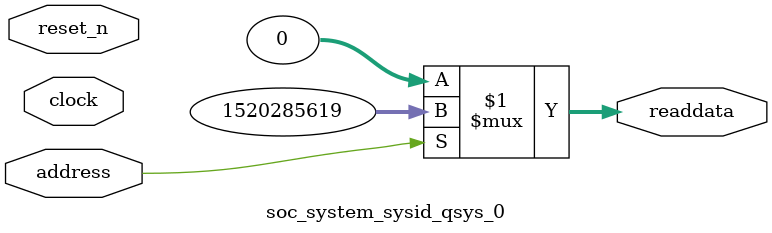
<source format=v>



// synthesis translate_off
`timescale 1ns / 1ps
// synthesis translate_on

// turn off superfluous verilog processor warnings 
// altera message_level Level1 
// altera message_off 10034 10035 10036 10037 10230 10240 10030 

module soc_system_sysid_qsys_0 (
               // inputs:
                address,
                clock,
                reset_n,

               // outputs:
                readdata
             )
;

  output  [ 31: 0] readdata;
  input            address;
  input            clock;
  input            reset_n;

  wire    [ 31: 0] readdata;
  //control_slave, which is an e_avalon_slave
  assign readdata = address ? 1520285619 : 0;

endmodule



</source>
